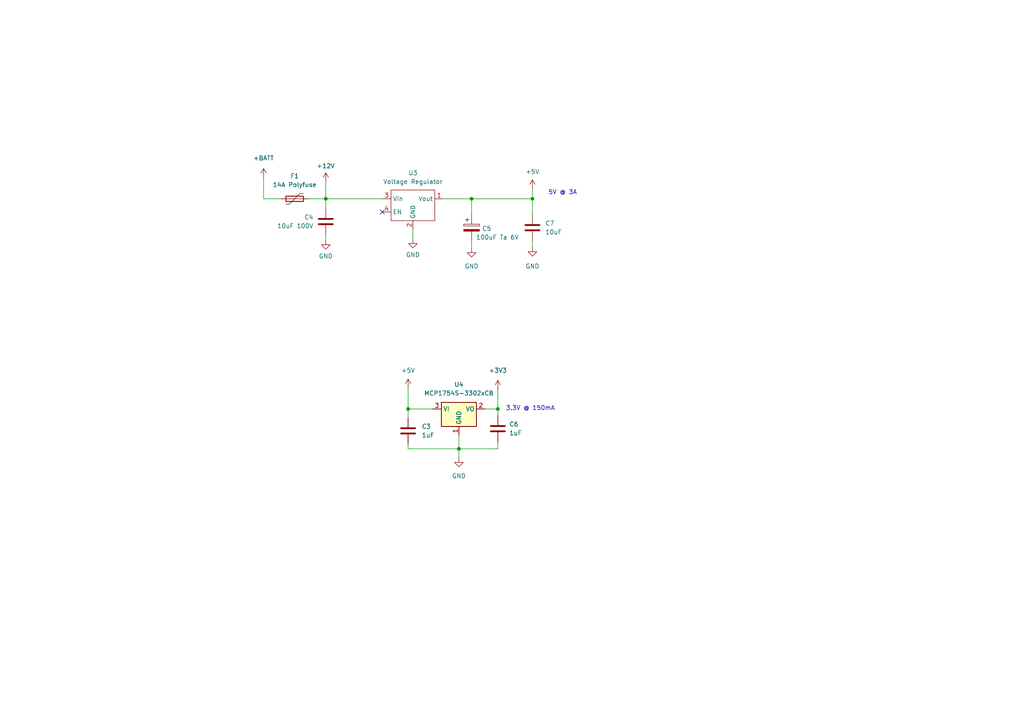
<source format=kicad_sch>
(kicad_sch (version 20211123) (generator eeschema)
  (paper "A4")
  (title_block (title "LINBus Peltier Controller") (date "2023-03-02") (rev "1.0") (company "Gavin Hurlbut"))
  (lib_symbols
    (symbol "Beirdo:Switching_Regulator_Module"
      (property "Reference" "U?" (at 0 5.08 0))
      (property "Value" "Switching_Regulator_Module" (at 0 2.54 0))
      (symbol "Switching_Regulator_Module_0_1"
        (rectangle (start -6.35 0) (end 6.35 -8.89))
      )
      (symbol "Switching_Regulator_Module_1_1"
        (pin power_out line (at 8.89 -2.54 180) (length 2.54) (name "Vout") (number "1"))
        (pin passive line (at 0 -11.43 90) (length 2.54) (name "GND") (number "2"))
        (pin power_in line (at -8.89 -2.54 0) (length 2.54) (name "Vin") (number "3"))
        (pin input line (at -8.89 -6.35 0) (length 2.54) (name "EN") (number "4"))
      )
    )
    (symbol "Device:C" (pin_numbers hide) (pin_names (offset 0.254))
      (property "Reference" "C" (at 0.635 2.54 0))
      (property "Value" "C" (at 0.635 -2.54 0))
      (symbol "C_0_1"
        (polyline (pts (xy -2.032 -0.762) (xy 2.032 -0.762)) (stroke (width 0.508)))
        (polyline (pts (xy -2.032 0.762) (xy 2.032 0.762)) (stroke (width 0.508)))
      )
      (symbol "C_1_1"
        (pin passive line (at 0 3.81 270) (length 2.794) (name "~") (number "1"))
        (pin passive line (at 0 -3.81 90) (length 2.794) (name "~") (number "2"))
      )
    )
    (symbol "Device:C_Polarized" (pin_numbers hide) (pin_names (offset 0.254))
      (property "Reference" "C" (at 0.635 2.54 0))
      (property "Value" "C_Polarized" (at 0.635 -2.54 0))
      (symbol "C_Polarized_0_1"
        (rectangle (start -2.286 0.508) (end 2.286 1.016))
        (polyline (pts (xy -1.778 2.286) (xy -0.762 2.286)))
        (polyline (pts (xy -1.27 2.794) (xy -1.27 1.778)))
        (rectangle (start 2.286 -0.508) (end -2.286 -1.016) (fill (type outline)))
      )
      (symbol "C_Polarized_1_1"
        (pin passive line (at 0 3.81 270) (length 2.794) (name "~") (number "1"))
        (pin passive line (at 0 -3.81 90) (length 2.794) (name "~") (number "2"))
      )
    )
    (symbol "Device:Polyfuse" (pin_numbers hide) (pin_names (offset 0))
      (property "Reference" "F" (at -2.54 0 90))
      (property "Value" "Polyfuse" (at 2.54 0 90))
      (symbol "Polyfuse_0_1"
        (rectangle (start -0.762 2.54) (end 0.762 -2.54) (stroke (width 0.254)))
        (polyline (pts (xy 0 2.54) (xy 0 -2.54)))
        (polyline (pts (xy -1.524 2.54) (xy -1.524 1.524) (xy 1.524 -1.524) (xy 1.524 -2.54)))
      )
      (symbol "Polyfuse_1_1"
        (pin passive line (at 0 3.81 270) (length 1.27) (name "~") (number "1"))
        (pin passive line (at 0 -3.81 90) (length 1.27) (name "~") (number "2"))
      )
    )
    (symbol "Regulator_Linear:MCP1754S-3302xCB"
      (property "Reference" "U" (at -3.81 3.175 0))
      (property "Value" "MCP1754S-3302xCB" (at -0.635 3.175 0))
      (symbol "MCP1754S-3302xCB_0_1"
        (rectangle (start -5.08 -5.08) (end 5.08 1.905) (stroke (width 0.254)) (fill (type background)))
      )
      (symbol "MCP1754S-3302xCB_1_1"
        (pin power_in line (at 0 -7.62 90) (length 2.54) (name "GND") (number "1"))
        (pin power_out line (at 7.62 0 180) (length 2.54) (name "VO") (number "2"))
        (pin power_in line (at -7.62 0 0) (length 2.54) (name "VI") (number "3"))
      )
    )
    (symbol "power:+12V" (power) (pin_names (offset 0))
      (property "Value" "+12V" (at 0 3.556 0))
      (symbol "+12V_0_1"
        (polyline (pts (xy -0.762 1.27) (xy 0 2.54)))
        (polyline (pts (xy 0 0) (xy 0 2.54)))
        (polyline (pts (xy 0 2.54) (xy 0.762 1.27)))
      )
      (symbol "+12V_1_1"
        (pin power_in line (at 0 0 90) (length 0) hide (name "+12V") (number "1"))
      )
    )
    (symbol "power:+3V3" (power) (pin_names (offset 0))
      (property "Value" "+3V3" (at 0 3.556 0))
      (symbol "+3V3_0_1"
        (polyline (pts (xy -0.762 1.27) (xy 0 2.54)))
        (polyline (pts (xy 0 0) (xy 0 2.54)))
        (polyline (pts (xy 0 2.54) (xy 0.762 1.27)))
      )
      (symbol "+3V3_1_1"
        (pin power_in line (at 0 0 90) (length 0) hide (name "+3V3") (number "1"))
      )
    )
    (symbol "power:+5V" (power) (pin_names (offset 0))
      (property "Value" "+5V" (at 0 3.556 0))
      (symbol "+5V_0_1"
        (polyline (pts (xy -0.762 1.27) (xy 0 2.54)))
        (polyline (pts (xy 0 0) (xy 0 2.54)))
        (polyline (pts (xy 0 2.54) (xy 0.762 1.27)))
      )
      (symbol "+5V_1_1"
        (pin power_in line (at 0 0 90) (length 0) hide (name "+5V") (number "1"))
      )
    )
    (symbol "power:+BATT" (power) (pin_names (offset 0))
      (property "Value" "+BATT" (at 0 3.556 0))
      (symbol "+BATT_0_1"
        (polyline (pts (xy -0.762 1.27) (xy 0 2.54)))
        (polyline (pts (xy 0 0) (xy 0 2.54)))
        (polyline (pts (xy 0 2.54) (xy 0.762 1.27)))
      )
      (symbol "+BATT_1_1"
        (pin power_in line (at 0 0 90) (length 0) hide (name "+BATT") (number "1"))
      )
    )
    (symbol "power:GND" (power) (pin_names (offset 0))
      (property "Value" "GND" (at 0 -3.81 0))
      (symbol "GND_0_1"
        (polyline (pts (xy 0 0) (xy 0 -1.27) (xy 1.27 -1.27) (xy 0 -2.54) (xy -1.27 -1.27) (xy 0 -1.27)))
      )
      (symbol "GND_1_1"
        (pin power_in line (at 0 0 270) (length 0) hide (name "GND") (number "1"))
      )
    )
  )
  (junction (at 94.488 57.658))
  (junction (at 154.432 57.658))
  (junction (at 136.779 57.658))
  (junction (at 133.096 130.175))
  (junction (at 144.399 118.618))
  (junction (at 118.364 118.618))
  (no_connect (at 110.871 61.468))
  (wire (pts (xy 119.761 66.548) (xy 119.761 69.342)))
  (wire (pts (xy 136.779 57.658) (xy 136.779 62.23)))
  (wire (pts (xy 136.779 69.85) (xy 136.779 72.009)))
  (wire (pts (xy 154.432 54.737) (xy 154.432 57.658)))
  (wire (pts (xy 128.651 57.658) (xy 136.779 57.658)))
  (wire (pts (xy 94.488 52.705) (xy 94.488 57.658)))
  (wire (pts (xy 154.432 69.85) (xy 154.432 71.755)))
  (wire (pts (xy 81.661 57.658) (xy 76.454 57.658)))
  (wire (pts (xy 118.364 130.175) (xy 133.096 130.175)))
  (wire (pts (xy 144.399 128.143) (xy 144.399 130.175)))
  (wire (pts (xy 94.488 57.658) (xy 94.488 60.452)))
  (wire (pts (xy 76.454 57.658) (xy 76.454 51.435)))
  (wire (pts (xy 144.399 118.618) (xy 144.399 120.523)))
  (wire (pts (xy 118.364 128.778) (xy 118.364 130.175)))
  (wire (pts (xy 118.364 118.618) (xy 125.476 118.618)))
  (wire (pts (xy 140.716 118.618) (xy 144.399 118.618)))
  (wire (pts (xy 133.096 126.238) (xy 133.096 130.175)))
  (wire (pts (xy 118.364 118.618) (xy 118.364 121.158)))
  (wire (pts (xy 94.488 68.072) (xy 94.488 69.723)))
  (wire (pts (xy 118.364 112.522) (xy 118.364 118.618)))
  (wire (pts (xy 154.432 57.658) (xy 154.432 62.23)))
  (wire (pts (xy 89.281 57.658) (xy 94.488 57.658)))
  (wire (pts (xy 136.779 57.658) (xy 154.432 57.658)))
  (wire (pts (xy 94.488 57.658) (xy 110.871 57.658)))
  (wire (pts (xy 144.399 112.903) (xy 144.399 118.618)))
  (wire (pts (xy 133.096 130.175) (xy 144.399 130.175)))
  (wire (pts (xy 133.096 130.175) (xy 133.096 132.842)))
  (text "3.3V @ 150mA" (at 146.685 119.253 0) (effects (font (size 1.27 1.27)) (justify left bottom)))
  (text "5V @ 3A" (at 167.386 56.642 180) (effects (font (size 1.27 1.27)) (justify right bottom)))
  (symbol (lib_id "power:+BATT") (at 76.454 51.435 0) (unit 1)
    (property "Reference" "#PWR020" (effects hide))
    (property "Value" "+BATT" (at 76.454 45.847 0))
  )
  (symbol (lib_id "Device:C_Polarized") (at 136.779 66.04 0) (unit 1)
    (property "Reference" "C5" (at 139.827 66.294 0) (effects (justify left)))
    (property "Value" "100uF Ta 6V" (at 138.049 68.834 0) (effects (justify left)))
    (property "Footprint" "Capacitor_Tantalum_SMD:CP_EIA-3216-10_Kemet-I_Pad1.58x1.35mm_HandSolder" (effects hide))
  )
  (symbol (lib_id "power:+3V3") (at 144.399 112.903 0) (unit 1)
    (property "Reference" "#PWR022" (effects hide))
    (property "Value" "+3V3" (at 144.399 107.442 0))
  )
  (symbol (lib_id "power:+5V") (at 118.364 112.522 0) (unit 1)
    (property "Reference" "#PWR09" (effects hide))
    (property "Value" "+5V" (at 118.364 107.442 0))
  )
  (symbol (lib_id "power:GND") (at 133.096 132.842 0) (unit 1)
    (property "Reference" "#PWR013" (effects hide))
    (property "Value" "GND" (at 133.096 138.049 0))
  )
  (symbol (lib_id "Device:C") (at 118.364 124.968 0) (unit 1)
    (property "Reference" "C3" (at 122.301 123.6979 0) (effects (justify left)))
    (property "Value" "1uF" (at 122.301 126.2379 0) (effects (justify left)))
    (property "Footprint" "Capacitor_SMD:C_0805_2012Metric_Pad1.18x1.45mm_HandSolder" (effects hide))
  )
  (symbol (lib_id "Device:C") (at 154.432 66.04 0) (unit 1)
    (property "Reference" "C7" (at 158.115 64.7699 0) (effects (justify left)))
    (property "Value" "10uF" (at 158.115 67.3099 0) (effects (justify left)))
    (property "Footprint" "Capacitor_SMD:C_0805_2012Metric_Pad1.18x1.45mm_HandSolder" (effects hide))
  )
  (symbol (lib_id "power:GND") (at 119.761 69.342 0) (unit 1)
    (property "Reference" "#PWR010" (effects hide))
    (property "Value" "GND" (at 119.761 73.914 0))
  )
  (symbol (lib_id "power:GND") (at 94.488 69.723 0) (unit 1)
    (property "Reference" "#PWR024" (effects hide))
    (property "Value" "GND" (at 94.488 74.295 0))
  )
  (symbol (lib_id "power:GND") (at 136.779 72.009 0) (unit 1)
    (property "Reference" "#PWR021" (effects hide))
    (property "Value" "GND" (at 136.779 77.216 0))
  )
  (symbol (lib_id "power:+5V") (at 154.432 54.737 0) (unit 1)
    (property "Reference" "#PWR025" (effects hide))
    (property "Value" "+5V" (at 154.432 49.784 0))
  )
  (symbol (lib_id "power:GND") (at 154.432 71.755 0) (unit 1)
    (property "Reference" "#PWR026" (effects hide))
    (property "Value" "GND" (at 154.432 77.216 0))
  )
  (symbol (lib_id "Regulator_Linear:MCP1754S-3302xCB") (at 133.096 118.618 0) (unit 1)
    (property "Reference" "U4" (at 133.096 111.506 0))
    (property "Value" "MCP1754S-3302xCB" (at 133.096 114.046 0))
    (property "Footprint" "Package_TO_SOT_SMD:SOT-23" (effects hide))
    (property "Datasheet" "http://ww1.microchip.com/downloads/en/DeviceDoc/20002276C.pdf" (effects hide))
  )
  (symbol (lib_id "Device:Polyfuse") (at 85.471 57.658 90) (unit 1)
    (property "Reference" "F1" (at 85.471 51.054 90))
    (property "Value" "14A Polyfuse" (at 85.471 53.594 90))
    (property "Footprint" "Capacitor_THT:C_Rect_L11.0mm_W3.5mm_P10.00mm_MKT" (effects hide))
    (property "Digikey" "F2772CT-ND" (effects hide))
  )
  (symbol (lib_id "Device:C") (at 94.488 64.262 0) (mirror y) (unit 1)
    (property "Reference" "C4" (at 90.932 62.9919 0) (effects (justify left)))
    (property "Value" "10uF 100V" (at 90.932 65.5319 0) (effects (justify left)))
    (property "Footprint" "Capacitor_SMD:C_1210_3225Metric_Pad1.33x2.70mm_HandSolder" (effects hide))
  )
  (symbol (lib_id "power:+12V") (at 94.488 52.705 0) (unit 1)
    (property "Reference" "#PWR023" (effects hide))
    (property "Value" "+12V" (at 94.488 48.133 0))
  )
  (symbol (lib_id "Device:C") (at 144.399 124.333 0) (unit 1)
    (property "Reference" "C6" (at 147.701 123.0629 0) (effects (justify left)))
    (property "Value" "1uF" (at 147.701 125.6029 0) (effects (justify left)))
    (property "Footprint" "Capacitor_SMD:C_0805_2012Metric_Pad1.18x1.45mm_HandSolder" (effects hide))
  )
  (symbol (lib_id "Beirdo:Switching_Regulator_Module") (at 119.761 55.118 0) (unit 1)
    (property "Reference" "U3" (at 119.761 50.165 0))
    (property "Value" "Voltage Regulator" (at 119.761 52.705 0))
    (property "Footprint" "Beirdo:Switching_Regulator_Module" (effects hide))
    (property "ASIN" "B08R6337QY" (effects hide))
  )
)
</source>
